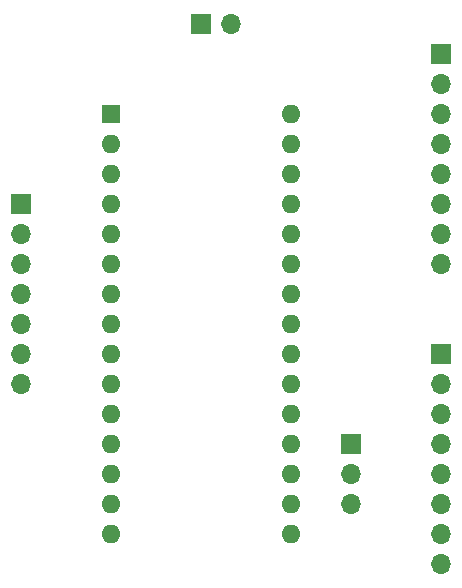
<source format=gts>
G04 #@! TF.GenerationSoftware,KiCad,Pcbnew,7.0.10*
G04 #@! TF.CreationDate,2024-02-28T18:50:11-05:00*
G04 #@! TF.ProjectId,ApolloAvionics,41706f6c-6c6f-4417-9669-6f6e6963732e,rev?*
G04 #@! TF.SameCoordinates,Original*
G04 #@! TF.FileFunction,Soldermask,Top*
G04 #@! TF.FilePolarity,Negative*
%FSLAX46Y46*%
G04 Gerber Fmt 4.6, Leading zero omitted, Abs format (unit mm)*
G04 Created by KiCad (PCBNEW 7.0.10) date 2024-02-28 18:50:11*
%MOMM*%
%LPD*%
G01*
G04 APERTURE LIST*
%ADD10R,1.700000X1.700000*%
%ADD11O,1.700000X1.700000*%
%ADD12R,1.600000X1.600000*%
%ADD13O,1.600000X1.600000*%
G04 APERTURE END LIST*
D10*
G04 #@! TO.C,ESC1*
X58420000Y-55880000D03*
D11*
X58420000Y-58420000D03*
X58420000Y-60960000D03*
X58420000Y-63500000D03*
X58420000Y-66040000D03*
X58420000Y-68580000D03*
X58420000Y-71120000D03*
G04 #@! TD*
D12*
G04 #@! TO.C,A1*
X66040000Y-48260000D03*
D13*
X66040000Y-50800000D03*
X66040000Y-53340000D03*
X66040000Y-55880000D03*
X66040000Y-58420000D03*
X66040000Y-60960000D03*
X66040000Y-63500000D03*
X66040000Y-66040000D03*
X66040000Y-68580000D03*
X66040000Y-71120000D03*
X66040000Y-73660000D03*
X66040000Y-76200000D03*
X66040000Y-78740000D03*
X66040000Y-81280000D03*
X66040000Y-83820000D03*
X81280000Y-83820000D03*
X81280000Y-81280000D03*
X81280000Y-78740000D03*
X81280000Y-76200000D03*
X81280000Y-73660000D03*
X81280000Y-71120000D03*
X81280000Y-68580000D03*
X81280000Y-66040000D03*
X81280000Y-63500000D03*
X81280000Y-60960000D03*
X81280000Y-58420000D03*
X81280000Y-55880000D03*
X81280000Y-53340000D03*
X81280000Y-50800000D03*
X81280000Y-48260000D03*
G04 #@! TD*
D10*
G04 #@! TO.C,BMP1*
X93980000Y-43180000D03*
D11*
X93980000Y-45720000D03*
X93980000Y-48260000D03*
X93980000Y-50800000D03*
X93980000Y-53340000D03*
X93980000Y-55880000D03*
X93980000Y-58420000D03*
X93980000Y-60960000D03*
G04 #@! TD*
D10*
G04 #@! TO.C,SRV1*
X86360000Y-76200000D03*
D11*
X86360000Y-78740000D03*
X86360000Y-81280000D03*
G04 #@! TD*
D10*
G04 #@! TO.C,BT1*
X73660000Y-40640000D03*
D11*
X76200000Y-40640000D03*
G04 #@! TD*
D10*
G04 #@! TO.C,MPU1*
X93980000Y-68580000D03*
D11*
X93980000Y-71120000D03*
X93980000Y-73660000D03*
X93980000Y-76200000D03*
X93980000Y-78740000D03*
X93980000Y-81280000D03*
X93980000Y-83820000D03*
X93980000Y-86360000D03*
G04 #@! TD*
M02*

</source>
